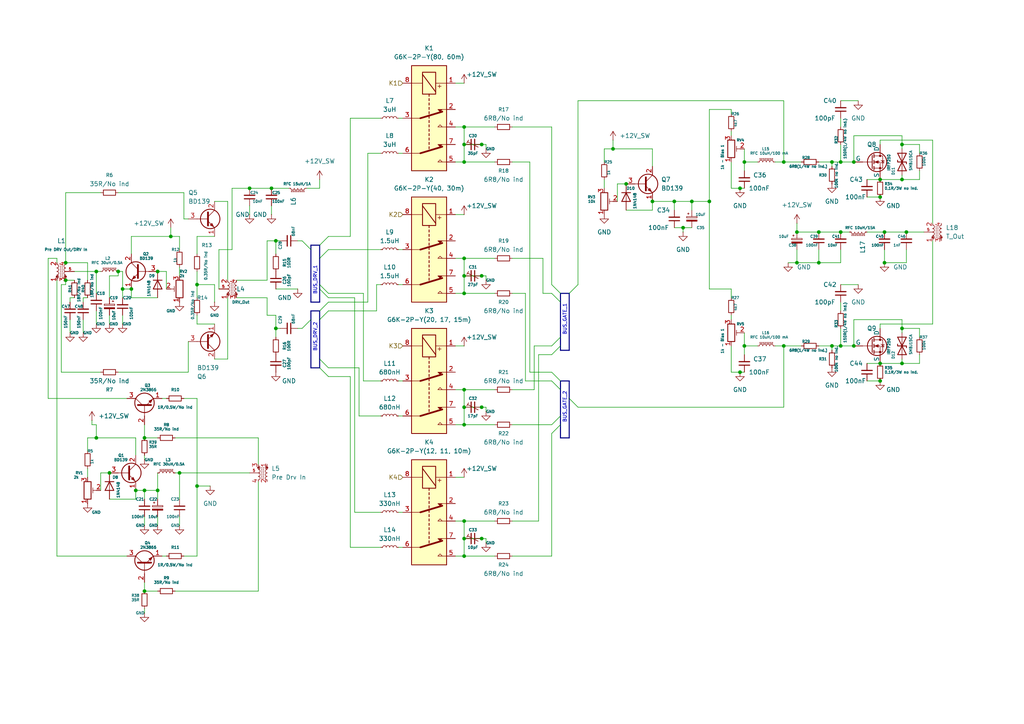
<source format=kicad_sch>
(kicad_sch (version 20250114) (generator "eeschema") (generator_version "9.0")
  (paper "A4")
  (title_block (title "Omega Radio"))
  (text "BUS_DRV_2" (at 91.44 97.79 90) (effects (font (size 1 1))))
  (text "BUS_DRV_1" (at 91.44 81.28 90) (effects (font (size 1 1))))
  (text "BUS_GATE_1" (at 163.83 92.71 90) (effects (font (size 1 1))))
  (text "BUS_GATE_2" (at 163.83 118.11 90) (effects (font (size 1 1))))
  (junction (at 34.29 78.74))
  (junction (at 31.75 137.16))
  (junction (at 215.9 100.33))
  (junction (at 49.53 68.58))
  (junction (at 139.7 80.01))
  (junction (at 45.72 142.24))
  (junction (at 237.49 67.31))
  (junction (at 243.84 100.33))
  (junction (at 214.63 54.61))
  (junction (at 78.74 54.61))
  (junction (at 255.27 52.07))
  (junction (at 134.62 80.01))
  (junction (at 57.15 82.55))
  (junction (at 27.94 78.74))
  (junction (at 255.27 57.15))
  (junction (at 27.94 127))
  (junction (at 134.62 156.21))
  (junction (at 35.56 83.82))
  (junction (at 19.05 76.2))
  (junction (at 215.9 46.99))
  (junction (at 177.8 43.18))
  (junction (at 139.7 156.21))
  (junction (at 243.84 67.31))
  (junction (at 72.39 54.61))
  (junction (at 134.62 161.29))
  (junction (at 134.62 118.11))
  (junction (at 134.62 41.91))
  (junction (at 255.27 110.49))
  (junction (at 139.7 41.91))
  (junction (at 205.74 58.42))
  (junction (at 181.61 53.34))
  (junction (at 134.62 85.09))
  (junction (at 227.33 46.99))
  (junction (at 45.72 78.74))
  (junction (at 189.23 58.42))
  (junction (at 198.12 66.04))
  (junction (at 39.37 142.24))
  (junction (at 134.62 74.93))
  (junction (at 256.54 67.31))
  (junction (at 134.62 113.03))
  (junction (at 214.63 107.95))
  (junction (at 134.62 46.99))
  (junction (at 261.62 105.41))
  (junction (at 247.65 46.99))
  (junction (at 134.62 36.83))
  (junction (at 241.3 100.33))
  (junction (at 256.54 76.2))
  (junction (at 41.91 127))
  (junction (at 80.01 69.85))
  (junction (at 255.27 105.41))
  (junction (at 38.1 83.82))
  (junction (at 41.91 142.24))
  (junction (at 261.62 41.91))
  (junction (at 262.89 67.31))
  (junction (at 231.14 76.2))
  (junction (at 134.62 123.19))
  (junction (at 237.49 76.2))
  (junction (at 261.62 52.07))
  (junction (at 261.62 95.25))
  (junction (at 243.84 46.99))
  (junction (at 19.05 81.28))
  (junction (at 41.91 171.45))
  (junction (at 241.3 46.99))
  (junction (at 80.01 95.25))
  (junction (at 57.15 140.97))
  (junction (at 52.07 137.16))
  (junction (at 227.33 100.33))
  (junction (at 231.14 67.31))
  (junction (at 195.58 58.42))
  (junction (at 139.7 118.11))
  (junction (at 200.66 58.42))
  (junction (at 247.65 100.33))
  (junction (at 134.62 151.13))
  (bus_entry (at 92.71 106.68) (size 2.54 2.54))
  (bus_entry (at 160.02 110.49) (size 2.54 2.54))
  (bus_entry (at 165.1 85.09) (size 2.54 -2.54))
  (bus_entry (at 160.02 125.73) (size 2.54 -2.54))
  (bus_entry (at 160.02 100.33) (size 2.54 -2.54))
  (bus_entry (at 160.02 102.87) (size 2.54 -2.54))
  (bus_entry (at 160.02 123.19) (size 2.54 -2.54))
  (bus_entry (at 92.71 92.71) (size 2.54 -2.54))
  (bus_entry (at 87.63 69.85) (size 2.54 2.54))
  (bus_entry (at 87.63 95.25) (size 2.54 -2.54))
  (bus_entry (at 92.71 104.14) (size 2.54 2.54))
  (bus_entry (at 92.71 71.12) (size 2.54 -2.54))
  (bus_entry (at 160.02 85.09) (size 2.54 2.54))
  (bus_entry (at 92.71 82.55) (size 2.54 2.54))
  (bus_entry (at 160.02 82.55) (size 2.54 2.54))
  (bus_entry (at 160.02 107.95) (size 2.54 2.54))
  (bus_entry (at 92.71 83.82) (size 2.54 2.54))
  (bus_entry (at 165.1 115.57) (size 2.54 2.54))
  (bus_entry (at 92.71 74.93) (size 2.54 -2.54))
  (bus_entry (at 92.71 90.17) (size 2.54 -2.54))
  (wire (pts (xy 179.07 53.34) (xy 181.61 53.34)))
  (wire (pts (xy 212.09 54.61) (xy 214.63 54.61)))
  (wire (pts (xy 95.25 87.63) (xy 106.68 87.63)))
  (wire (pts (xy 45.72 86.36) (xy 38.1 86.36)))
  (wire (pts (xy 237.49 76.2) (xy 231.14 76.2)))
  (wire (pts (xy 251.46 105.41) (xy 255.27 105.41)))
  (wire (pts (xy 53.34 115.57) (xy 57.15 115.57)))
  (wire (pts (xy 261.62 43.18) (xy 261.62 41.91)))
  (wire (pts (xy 104.14 106.68) (xy 104.14 120.65)))
  (wire (pts (xy 57.15 140.97) (xy 57.15 161.29)))
  (wire (pts (xy 21.59 86.36) (xy 20.32 86.36)))
  (wire (pts (xy 134.62 80.01) (xy 139.7 80.01)))
  (wire (pts (xy 132.08 74.93) (xy 134.62 74.93)))
  (wire (pts (xy 110.49 148.59) (xy 102.87 148.59)))
  (wire (pts (xy 256.54 67.31) (xy 251.46 67.31)))
  (wire (pts (xy 255.27 93.98) (xy 255.27 95.25)))
  (wire (pts (xy 215.9 100.33) (xy 215.9 102.87)))
  (wire (pts (xy 270.51 69.85) (xy 270.51 93.98)))
  (bus (pts (xy 92.71 92.71) (xy 92.71 104.14)))
  (wire (pts (xy 241.3 46.99) (xy 243.84 46.99)))
  (wire (pts (xy 106.68 87.63) (xy 106.68 44.45)))
  (wire (pts (xy 231.14 76.2) (xy 228.6 76.2)))
  (wire (pts (xy 251.46 110.49) (xy 255.27 110.49)))
  (wire (pts (xy 105.41 85.09) (xy 105.41 110.49)))
  (wire (pts (xy 243.84 100.33) (xy 247.65 100.33)))
  (bus (pts (xy 162.56 120.65) (xy 162.56 123.19)))
  (wire (pts (xy 212.09 38.1) (xy 212.09 39.37)))
  (wire (pts (xy 57.15 93.98) (xy 57.15 91.44)))
  (wire (pts (xy 35.56 78.74) (xy 35.56 83.82)))
  (wire (pts (xy 68.58 86.36) (xy 77.47 86.36)))
  (wire (pts (xy 153.67 46.99) (xy 153.67 107.95)))
  (wire (pts (xy 154.94 100.33) (xy 160.02 100.33)))
  (wire (pts (xy 266.7 105.41) (xy 261.62 105.41)))
  (wire (pts (xy 115.57 72.39) (xy 116.84 72.39)))
  (wire (pts (xy 50.8 137.16) (xy 52.07 137.16)))
  (wire (pts (xy 214.63 107.95) (xy 215.9 107.95)))
  (wire (pts (xy 243.84 29.21) (xy 248.92 29.21)))
  (wire (pts (xy 255.27 40.64) (xy 255.27 41.91)))
  (wire (pts (xy 255.27 40.64) (xy 270.51 40.64)))
  (wire (pts (xy 48.26 78.74) (xy 45.72 78.74)))
  (wire (pts (xy 86.36 95.25) (xy 87.63 95.25)))
  (wire (pts (xy 95.25 72.39) (xy 110.49 72.39)))
  (wire (pts (xy 148.59 113.03) (xy 154.94 113.03)))
  (wire (pts (xy 262.89 72.39) (xy 262.89 76.2)))
  (wire (pts (xy 243.84 34.29) (xy 243.84 36.83)))
  (wire (pts (xy 95.25 68.58) (xy 101.6 68.58)))
  (wire (pts (xy 243.84 41.91) (xy 243.84 46.99)))
  (wire (pts (xy 139.7 41.91) (xy 140.97 41.91)))
  (wire (pts (xy 104.14 120.65) (xy 110.49 120.65)))
  (wire (pts (xy 45.72 142.24) (xy 45.72 144.78)))
  (wire (pts (xy 198.12 66.04) (xy 200.66 66.04)))
  (wire (pts (xy 62.23 68.58) (xy 57.15 68.58)))
  (wire (pts (xy 247.65 92.71) (xy 247.65 100.33)))
  (wire (pts (xy 134.62 41.91) (xy 139.7 41.91)))
  (wire (pts (xy 41.91 132.08) (xy 41.91 133.35)))
  (wire (pts (xy 41.91 171.45) (xy 45.72 171.45)))
  (wire (pts (xy 132.08 123.19) (xy 134.62 123.19)))
  (wire (pts (xy 25.4 81.28) (xy 25.4 76.2)))
  (wire (pts (xy 132.08 62.23) (xy 134.62 62.23)))
  (wire (pts (xy 21.59 78.74) (xy 27.94 78.74)))
  (wire (pts (xy 148.59 161.29) (xy 160.02 161.29)))
  (wire (pts (xy 41.91 142.24) (xy 45.72 142.24)))
  (wire (pts (xy 132.08 36.83) (xy 134.62 36.83)))
  (wire (pts (xy 237.49 72.39) (xy 237.49 76.2)))
  (wire (pts (xy 25.4 86.36) (xy 24.13 86.36)))
  (wire (pts (xy 52.07 68.58) (xy 52.07 72.39)))
  (bus (pts (xy 162.56 87.63) (xy 162.56 97.79)))
  (wire (pts (xy 261.62 95.25) (xy 261.62 92.71)))
  (wire (pts (xy 200.66 58.42) (xy 200.66 60.96)))
  (wire (pts (xy 261.62 96.52) (xy 261.62 95.25)))
  (wire (pts (xy 241.3 100.33) (xy 241.3 101.6)))
  (wire (pts (xy 57.15 140.97) (xy 60.96 140.97)))
  (bus (pts (xy 162.56 85.09) (xy 165.1 85.09)))
  (wire (pts (xy 115.57 44.45) (xy 116.84 44.45)))
  (wire (pts (xy 54.61 107.95) (xy 34.29 107.95)))
  (wire (pts (xy 49.53 66.04) (xy 49.53 68.58)))
  (wire (pts (xy 134.62 24.13) (xy 132.08 24.13)))
  (wire (pts (xy 154.94 113.03) (xy 154.94 100.33)))
  (wire (pts (xy 241.3 46.99) (xy 241.3 48.26)))
  (wire (pts (xy 247.65 39.37) (xy 247.65 46.99)))
  (wire (pts (xy 31.75 80.01) (xy 34.29 80.01)))
  (wire (pts (xy 139.7 80.01) (xy 140.97 80.01)))
  (bus (pts (xy 165.1 101.6) (xy 162.56 101.6)))
  (wire (pts (xy 134.62 118.11) (xy 134.62 123.19)))
  (wire (pts (xy 77.47 81.28) (xy 77.47 69.85)))
  (wire (pts (xy 53.34 55.88) (xy 34.29 55.88)))
  (wire (pts (xy 39.37 132.08) (xy 39.37 127)))
  (wire (pts (xy 153.67 107.95) (xy 160.02 107.95)))
  (wire (pts (xy 198.12 66.04) (xy 198.12 67.31)))
  (wire (pts (xy 195.58 66.04) (xy 198.12 66.04)))
  (wire (pts (xy 13.97 115.57) (xy 13.97 74.93)))
  (wire (pts (xy 261.62 105.41) (xy 255.27 105.41)))
  (wire (pts (xy 243.84 87.63) (xy 243.84 90.17)))
  (wire (pts (xy 27.94 123.19) (xy 26.67 123.19)))
  (bus (pts (xy 162.56 123.19) (xy 162.56 127)))
  (wire (pts (xy 132.08 151.13) (xy 134.62 151.13)))
  (wire (pts (xy 156.21 151.13) (xy 156.21 102.87)))
  (wire (pts (xy 237.49 100.33) (xy 241.3 100.33)))
  (wire (pts (xy 45.72 149.86) (xy 45.72 152.4)))
  (wire (pts (xy 167.64 82.55) (xy 167.64 29.21)))
  (wire (pts (xy 102.87 86.36) (xy 95.25 86.36)))
  (wire (pts (xy 132.08 113.03) (xy 134.62 113.03)))
  (wire (pts (xy 266.7 102.87) (xy 266.7 105.41)))
  (wire (pts (xy 227.33 29.21) (xy 227.33 46.99)))
  (wire (pts (xy 243.84 82.55) (xy 248.92 82.55)))
  (wire (pts (xy 134.62 80.01) (xy 134.62 85.09)))
  (wire (pts (xy 134.62 36.83) (xy 143.51 36.83)))
  (wire (pts (xy 29.21 137.16) (xy 29.21 142.24)))
  (wire (pts (xy 48.26 78.74) (xy 48.26 83.82)))
  (wire (pts (xy 80.01 69.85) (xy 81.28 69.85)))
  (wire (pts (xy 212.09 31.75) (xy 212.09 33.02)))
  (wire (pts (xy 266.7 41.91) (xy 261.62 41.91)))
  (wire (pts (xy 212.09 100.33) (xy 212.09 107.95)))
  (wire (pts (xy 41.91 123.19) (xy 41.91 127)))
  (wire (pts (xy 243.84 67.31) (xy 237.49 67.31)))
  (wire (pts (xy 115.57 110.49) (xy 116.84 110.49)))
  (wire (pts (xy 237.49 46.99) (xy 241.3 46.99)))
  (wire (pts (xy 57.15 86.36) (xy 57.15 82.55)))
  (wire (pts (xy 67.31 54.61) (xy 72.39 54.61)))
  (wire (pts (xy 77.47 91.44) (xy 80.01 91.44)))
  (wire (pts (xy 237.49 67.31) (xy 231.14 67.31)))
  (wire (pts (xy 62.23 104.14) (xy 66.04 104.14)))
  (wire (pts (xy 66.04 104.14) (xy 66.04 86.36)))
  (wire (pts (xy 132.08 100.33) (xy 134.62 100.33)))
  (wire (pts (xy 86.36 69.85) (xy 87.63 69.85)))
  (wire (pts (xy 39.37 127) (xy 27.94 127)))
  (bus (pts (xy 90.17 90.17) (xy 90.17 92.71)))
  (wire (pts (xy 67.31 54.61) (xy 67.31 72.39)))
  (wire (pts (xy 52.07 77.47) (xy 52.07 80.01)))
  (wire (pts (xy 246.38 67.31) (xy 243.84 67.31)))
  (wire (pts (xy 215.9 100.33) (xy 219.71 100.33)))
  (wire (pts (xy 78.74 59.69) (xy 78.74 62.23)))
  (wire (pts (xy 19.05 81.28) (xy 21.59 81.28)))
  (wire (pts (xy 66.04 81.28) (xy 66.04 58.42)))
  (wire (pts (xy 102.87 148.59) (xy 102.87 86.36)))
  (wire (pts (xy 50.8 171.45) (xy 74.93 171.45)))
  (wire (pts (xy 243.84 95.25) (xy 243.84 100.33)))
  (wire (pts (xy 134.62 85.09) (xy 143.51 85.09)))
  (wire (pts (xy 227.33 118.11) (xy 227.33 100.33)))
  (wire (pts (xy 24.13 86.36) (xy 24.13 87.63)))
  (wire (pts (xy 189.23 60.96) (xy 189.23 58.42)))
  (wire (pts (xy 266.7 97.79) (xy 266.7 95.25)))
  (bus (pts (xy 92.71 74.93) (xy 92.71 82.55)))
  (wire (pts (xy 134.62 113.03) (xy 134.62 118.11)))
  (wire (pts (xy 243.84 76.2) (xy 237.49 76.2)))
  (wire (pts (xy 157.48 74.93) (xy 157.48 85.09)))
  (wire (pts (xy 189.23 58.42) (xy 195.58 58.42)))
  (wire (pts (xy 74.93 127) (xy 50.8 127)))
  (wire (pts (xy 189.23 48.26) (xy 189.23 43.18)))
  (bus (pts (xy 90.17 90.17) (xy 92.71 90.17)))
  (wire (pts (xy 57.15 78.74) (xy 57.15 82.55)))
  (bus (pts (xy 90.17 71.12) (xy 92.71 71.12)))
  (wire (pts (xy 48.26 115.57) (xy 46.99 115.57)))
  (wire (pts (xy 35.56 83.82) (xy 35.56 86.36)))
  (wire (pts (xy 134.62 74.93) (xy 143.51 74.93)))
  (wire (pts (xy 262.89 67.31) (xy 256.54 67.31)))
  (wire (pts (xy 243.84 46.99) (xy 247.65 46.99)))
  (wire (pts (xy 80.01 95.25) (xy 81.28 95.25)))
  (wire (pts (xy 74.93 127) (xy 74.93 134.62)))
  (wire (pts (xy 215.9 43.18) (xy 215.9 46.99)))
  (wire (pts (xy 20.32 86.36) (xy 20.32 87.63)))
  (wire (pts (xy 101.6 34.29) (xy 110.49 34.29)))
  (wire (pts (xy 266.7 44.45) (xy 266.7 41.91)))
  (wire (pts (xy 261.62 52.07) (xy 255.27 52.07)))
  (wire (pts (xy 92.71 52.07) (xy 92.71 54.61)))
  (bus (pts (xy 162.56 97.79) (xy 162.56 100.33)))
  (wire (pts (xy 140.97 118.11) (xy 140.97 119.38)))
  (wire (pts (xy 241.3 100.33) (xy 243.84 100.33)))
  (wire (pts (xy 177.8 40.64) (xy 177.8 43.18)))
  (wire (pts (xy 175.26 52.07) (xy 175.26 54.61)))
  (wire (pts (xy 31.75 91.44) (xy 31.75 93.98)))
  (wire (pts (xy 62.23 82.55) (xy 57.15 82.55)))
  (wire (pts (xy 134.62 151.13) (xy 134.62 156.21)))
  (wire (pts (xy 115.57 158.75) (xy 116.84 158.75)))
  (wire (pts (xy 92.71 54.61) (xy 88.9 54.61)))
  (wire (pts (xy 189.23 43.18) (xy 177.8 43.18)))
  (wire (pts (xy 255.27 93.98) (xy 270.51 93.98)))
  (wire (pts (xy 19.05 82.55) (xy 19.05 81.28)))
  (wire (pts (xy 134.62 156.21) (xy 139.7 156.21)))
  (wire (pts (xy 212.09 46.99) (xy 212.09 54.61)))
  (wire (pts (xy 134.62 151.13) (xy 143.51 151.13)))
  (wire (pts (xy 115.57 120.65) (xy 116.84 120.65)))
  (wire (pts (xy 261.62 104.14) (xy 261.62 105.41)))
  (wire (pts (xy 134.62 156.21) (xy 134.62 161.29)))
  (wire (pts (xy 195.58 58.42) (xy 200.66 58.42)))
  (wire (pts (xy 74.93 171.45) (xy 74.93 139.7)))
  (wire (pts (xy 80.01 97.79) (xy 80.01 95.25)))
  (wire (pts (xy 115.57 82.55) (xy 116.84 82.55)))
  (wire (pts (xy 139.7 118.11) (xy 140.97 118.11)))
  (wire (pts (xy 54.61 99.06) (xy 54.61 107.95)))
  (wire (pts (xy 53.34 63.5) (xy 53.34 55.88)))
  (bus (pts (xy 92.71 104.14) (xy 92.71 106.68)))
  (bus (pts (xy 92.71 87.63) (xy 90.17 87.63)))
  (bus (pts (xy 92.71 82.55) (xy 92.71 83.82)))
  (bus (pts (xy 162.56 100.33) (xy 162.56 101.6)))
  (wire (pts (xy 148.59 36.83) (xy 160.02 36.83)))
  (wire (pts (xy 52.07 137.16) (xy 52.07 144.78)))
  (wire (pts (xy 25.4 127) (xy 27.94 127)))
  (wire (pts (xy 115.57 148.59) (xy 116.84 148.59)))
  (wire (pts (xy 35.56 91.44) (xy 35.56 93.98)))
  (wire (pts (xy 140.97 80.01) (xy 140.97 81.28)))
  (wire (pts (xy 41.91 149.86) (xy 41.91 152.4)))
  (wire (pts (xy 167.64 29.21) (xy 227.33 29.21)))
  (wire (pts (xy 148.59 74.93) (xy 157.48 74.93)))
  (wire (pts (xy 95.25 85.09) (xy 105.41 85.09)))
  (wire (pts (xy 39.37 142.24) (xy 41.91 142.24)))
  (wire (pts (xy 77.47 69.85) (xy 80.01 69.85)))
  (wire (pts (xy 139.7 156.21) (xy 140.97 156.21)))
  (wire (pts (xy 140.97 156.21) (xy 140.97 157.48)))
  (wire (pts (xy 95.25 106.68) (xy 104.14 106.68)))
  (wire (pts (xy 115.57 34.29) (xy 116.84 34.29)))
  (wire (pts (xy 72.39 54.61) (xy 78.74 54.61)))
  (wire (pts (xy 148.59 123.19) (xy 160.02 123.19)))
  (bus (pts (xy 162.56 85.09) (xy 162.56 87.63)))
  (wire (pts (xy 134.62 113.03) (xy 143.51 113.03)))
  (wire (pts (xy 16.51 74.93) (xy 16.51 76.2)))
  (wire (pts (xy 160.02 161.29) (xy 160.02 125.73)))
  (wire (pts (xy 266.7 52.07) (xy 261.62 52.07)))
  (wire (pts (xy 148.59 46.99) (xy 153.67 46.99)))
  (wire (pts (xy 156.21 102.87) (xy 160.02 102.87)))
  (wire (pts (xy 31.75 144.78) (xy 39.37 144.78)))
  (wire (pts (xy 181.61 60.96) (xy 189.23 60.96)))
  (wire (pts (xy 13.97 74.93) (xy 16.51 74.93)))
  (wire (pts (xy 215.9 46.99) (xy 215.9 49.53)))
  (wire (pts (xy 31.75 80.01) (xy 31.75 86.36)))
  (wire (pts (xy 266.7 49.53) (xy 266.7 52.07)))
  (wire (pts (xy 270.51 40.64) (xy 270.51 64.77)))
  (wire (pts (xy 27.94 123.19) (xy 27.94 127)))
  (bus (pts (xy 90.17 72.39) (xy 90.17 87.63)))
  (bus (pts (xy 165.1 110.49) (xy 165.1 115.57)))
  (wire (pts (xy 25.4 127) (xy 25.4 130.81)))
  (wire (pts (xy 179.07 53.34) (xy 179.07 58.42)))
  (wire (pts (xy 231.14 64.77) (xy 231.14 67.31)))
  (wire (pts (xy 134.62 123.19) (xy 143.51 123.19)))
  (wire (pts (xy 66.04 58.42) (xy 62.23 58.42)))
  (wire (pts (xy 52.07 68.58) (xy 49.53 68.58)))
  (wire (pts (xy 132.08 138.43) (xy 134.62 138.43)))
  (wire (pts (xy 224.79 46.99) (xy 227.33 46.99)))
  (wire (pts (xy 41.91 176.53) (xy 41.91 177.8)))
  (wire (pts (xy 25.4 76.2) (xy 19.05 76.2)))
  (wire (pts (xy 20.32 92.71) (xy 20.32 96.52)))
  (bus (pts (xy 162.56 110.49) (xy 165.1 110.49)))
  (wire (pts (xy 267.97 67.31) (xy 262.89 67.31)))
  (wire (pts (xy 57.15 161.29) (xy 53.34 161.29)))
  (wire (pts (xy 212.09 83.82) (xy 212.09 86.36)))
  (wire (pts (xy 157.48 85.09) (xy 160.02 85.09)))
  (wire (pts (xy 57.15 68.58) (xy 57.15 73.66)))
  (wire (pts (xy 80.01 91.44) (xy 80.01 95.25)))
  (wire (pts (xy 109.22 82.55) (xy 109.22 90.17)))
  (wire (pts (xy 95.25 90.17) (xy 109.22 90.17)))
  (wire (pts (xy 63.5 72.39) (xy 63.5 83.82)))
  (wire (pts (xy 53.34 63.5) (xy 54.61 63.5)))
  (wire (pts (xy 106.68 44.45) (xy 110.49 44.45)))
  (bus (pts (xy 165.1 85.09) (xy 165.1 101.6)))
  (bus (pts (xy 90.17 71.12) (xy 90.17 72.39)))
  (wire (pts (xy 205.74 31.75) (xy 212.09 31.75)))
  (bus (pts (xy 162.56 113.03) (xy 162.56 120.65)))
  (wire (pts (xy 68.58 81.28) (xy 77.47 81.28)))
  (wire (pts (xy 266.7 95.25) (xy 261.62 95.25)))
  (bus (pts (xy 165.1 115.57) (xy 165.1 127)))
  (wire (pts (xy 200.66 58.42) (xy 205.74 58.42)))
  (bus (pts (xy 92.71 106.68) (xy 90.17 106.68)))
  (wire (pts (xy 134.62 161.29) (xy 143.51 161.29)))
  (wire (pts (xy 52.07 149.86) (xy 52.07 152.4)))
  (bus (pts (xy 162.56 127) (xy 165.1 127)))
  (wire (pts (xy 19.05 55.88) (xy 19.05 76.2)))
  (wire (pts (xy 148.59 151.13) (xy 156.21 151.13)))
  (wire (pts (xy 251.46 52.07) (xy 255.27 52.07)))
  (bus (pts (xy 162.56 110.49) (xy 162.56 113.03)))
  (wire (pts (xy 17.78 82.55) (xy 19.05 82.55)))
  (wire (pts (xy 134.62 36.83) (xy 134.62 41.91)))
  (wire (pts (xy 72.39 137.16) (xy 52.07 137.16)))
  (wire (pts (xy 24.13 92.71) (xy 24.13 96.52)))
  (wire (pts (xy 57.15 115.57) (xy 57.15 140.97)))
  (wire (pts (xy 195.58 58.42) (xy 195.58 60.96)))
  (wire (pts (xy 214.63 54.61) (xy 215.9 54.61)))
  (wire (pts (xy 175.26 43.18) (xy 177.8 43.18)))
  (wire (pts (xy 38.1 68.58) (xy 49.53 68.58)))
  (bus (pts (xy 92.71 90.17) (xy 92.71 92.71)))
  (bus (pts (xy 92.71 83.82) (xy 92.71 87.63)))
  (wire (pts (xy 212.09 107.95) (xy 214.63 107.95)))
  (wire (pts (xy 132.08 85.09) (xy 134.62 85.09)))
  (wire (pts (xy 262.89 76.2) (xy 256.54 76.2)))
  (wire (pts (xy 34.29 80.01) (xy 34.29 78.74)))
  (wire (pts (xy 134.62 41.91) (xy 134.62 46.99)))
  (wire (pts (xy 152.4 110.49) (xy 160.02 110.49)))
  (wire (pts (xy 261.62 39.37) (xy 247.65 39.37)))
  (wire (pts (xy 48.26 161.29) (xy 46.99 161.29)))
  (wire (pts (xy 62.23 87.63) (xy 62.23 82.55)))
  (wire (pts (xy 101.6 34.29) (xy 101.6 68.58)))
  (wire (pts (xy 205.74 58.42) (xy 205.74 83.82)))
  (wire (pts (xy 251.46 57.15) (xy 255.27 57.15)))
  (wire (pts (xy 140.97 41.91) (xy 140.97 43.18)))
  (wire (pts (xy 26.67 123.19) (xy 26.67 121.92)))
  (bus (pts (xy 92.71 71.12) (xy 92.71 74.93)))
  (wire (pts (xy 148.59 85.09) (xy 152.4 85.09)))
  (wire (pts (xy 261.62 41.91) (xy 261.62 39.37)))
  (wire (pts (xy 132.08 161.29) (xy 134.62 161.29)))
  (wire (pts (xy 110.49 82.55) (xy 109.22 82.55)))
  (wire (pts (xy 17.78 107.95) (xy 17.78 82.55)))
  (wire (pts (xy 215.9 96.52) (xy 215.9 100.33)))
  (wire (pts (xy 231.14 72.39) (xy 231.14 76.2)))
  (wire (pts (xy 38.1 83.82) (xy 35.56 83.82)))
  (wire (pts (xy 152.4 85.09) (xy 152.4 110.49)))
  (wire (pts (xy 67.31 72.39) (xy 63.5 72.39)))
  (wire (pts (xy 160.02 36.83) (xy 160.02 82.55)))
  (wire (pts (xy 134.62 74.93) (xy 134.62 80.01)))
  (wire (pts (xy 105.41 110.49) (xy 110.49 110.49)))
  (wire (pts (xy 134.62 118.11) (xy 139.7 118.11)))
  (wire (pts (xy 35.56 78.74) (xy 34.29 78.74)))
  (wire (pts (xy 29.21 55.88) (xy 19.05 55.88)))
  (wire (pts (xy 256.54 72.39) (xy 256.54 76.2)))
  (wire (pts (xy 62.23 93.98) (xy 57.15 93.98)))
  (wire (pts (xy 80.01 69.85) (xy 80.01 73.66)))
  (wire (pts (xy 110.49 158.75) (xy 101.6 158.75)))
  (wire (pts (xy 41.91 142.24) (xy 41.91 144.78)))
  (wire (pts (xy 132.08 46.99) (xy 134.62 46.99)))
  (wire (pts (xy 16.51 161.29) (xy 16.51 81.28)))
  (wire (pts (xy 29.21 78.74) (xy 27.94 78.74)))
  (wire (pts (xy 134.62 46.99) (xy 143.51 46.99)))
  (wire (pts (xy 78.74 54.61) (xy 83.82 54.61)))
  (bus (pts (xy 90.17 92.71) (xy 90.17 106.68)))
  (wire (pts (xy 72.39 59.69) (xy 72.39 62.23)))
  (wire (pts (xy 27.94 90.17) (xy 27.94 93.98)))
  (wire (pts (xy 41.91 127) (xy 45.72 127)))
  (wire (pts (xy 39.37 144.78) (xy 39.37 142.24)))
  (wire (pts (xy 77.47 86.36) (xy 77.47 91.44)))
  (wire (pts (xy 38.1 73.66) (xy 38.1 68.58)))
  (wire (pts (xy 27.94 85.09) (xy 27.94 78.74)))
  (wire (pts (xy 38.1 86.36) (xy 38.1 83.82)))
  (wire (pts (xy 101.6 158.75) (xy 101.6 109.22)))
  (wire (pts (xy 224.79 100.33) (xy 227.33 100.33)))
  (wire (pts (xy 45.72 137.16) (xy 45.72 142.24)))
  (wire (pts (xy 80.01 83.82) (xy 86.36 83.82)))
  (wire (pts (xy 25.4 135.89) (xy 25.4 138.43)))
  (wire (pts (xy 261.62 92.71) (xy 247.65 92.71)))
  (wire (pts (xy 36.83 161.29) (xy 16.51 161.29)))
  (wire (pts (xy 36.83 115.57) (xy 13.97 115.57)))
  (wire (pts (xy 212.09 91.44) (xy 212.09 92.71)))
  (wire (pts (xy 41.91 168.91) (xy 41.91 171.45)))
  (wire (pts (xy 261.62 50.8) (xy 261.62 52.07)))
  (wire (pts (xy 215.9 46.99) (xy 219.71 46.99)))
  (wire (pts (xy 29.21 137.16) (xy 31.75 137.16)))
  (wire (pts (xy 101.6 109.22) (xy 95.25 109.22)))
  (wire (pts (xy 243.84 72.39) (xy 243.84 76.2)))
  (wire (pts (xy 227.33 100.33) (xy 232.41 100.33)))
  (wire (pts (xy 205.74 83.82) (xy 212.09 83.82)))
  (wire (pts (xy 167.64 118.11) (xy 227.33 118.11)))
  (wire (pts (xy 175.26 43.18) (xy 175.26 46.99)))
  (wire (pts (xy 227.33 46.99) (xy 232.41 46.99)))
  (wire (pts (xy 205.74 31.75) (xy 205.74 58.42)))
  (wire (pts (xy 17.78 107.95) (xy 29.21 107.95)))
  (hierarchical_label "K4" (shape input) (at 116.84 138.43 180))
  (hierarchical_label "K3" (shape input) (at 116.84 100.33 180))
  (hierarchical_label "K1" (shape input) (at 116.84 24.13 180))
  (hierarchical_label "K2" (shape input) (at 116.84 62.23 180))
  (symbol (lib_id "power:GND") (at 86.36 83.82 0) (unit 1)
    (property "Reference" "#PWR029" (effects (hide yes)))
    (property "Value" "GND" (at 82.55 86.36 0))
    (property "Description" "Power symbol creates a global label with name \"GND\" , ground" (effects (hide yes)))
  )
  (symbol (lib_id "Device:C_Trim_Small") (at 137.16 156.21 90) (unit 1)
    (property "Reference" "C33" (at 137.16 153.67 90) (effects (font (size 0.8 0.8))))
    (property "Value" "10pF" (at 137.16 158.75 90) (effects (font (size 0.8 0.8))))
    (property "Description" "Trimmable capacitor, small symbol" (effects (hide yes)))
  )
  (symbol (lib_id "Device:R_Small") (at 241.3 104.14 0) (unit 1)
    (property "Reference" "R31" (at 237.49 104.14 0) (effects (font (size 0.762 0.762)) (justify left)))
    (property "Value" "100k no ind." (at 242.57 107.95 90) (effects (font (size 0.762 0.762)) (justify left)))
    (property "Description" "Resistor, small symbol" (effects (hide yes)))
  )
  (symbol (lib_id "power:GND") (at 214.63 107.95 0) (unit 1)
    (property "Reference" "#PWR043" (effects (hide yes)))
    (property "Value" "GND" (at 214.63 113.03 0))
    (property "Description" "Power symbol creates a global label with name \"GND\" , ground" (effects (hide yes)))
  )
  (symbol (lib_id "Device:C_Small") (at 80.01 105.41 0) (unit 1)
    (property "Reference" "C27" (at 82.55 105.41 90) (effects (font (size 0.8 0.8))))
    (property "Value" "100pF" (at 83.82 105.41 90) (effects (font (size 0.8 0.8))))
    (property "Description" "Unpolarized capacitor, small symbol" (effects (hide yes)))
  )
  (symbol (lib_id "Transistor_BJT:BD139") (at 59.69 99.06 0) (mirror x) (unit 1)
    (property "Reference" "Q6" (at 57.15 109.22 0) (effects (justify left)))
    (property "Value" "BD139" (at 57.15 106.68 0) (effects (justify left)))
    (property "Footprint" "Package_TO_SOT_THT:TO-126-3_Vertical" (effects (hide yes)))
    (property "Datasheet" "http://www.st.com/internet/com/TECHNICAL_RESOURCES/TECHNICAL_LITERATURE/DATASHEET/CD00001225.pdf" (effects (hide yes)))
    (property "Description" "1.5A Ic, 80V Vce, Low Voltage Transistor, TO-126" (effects (hide yes)))
  )
  (symbol (lib_id "Device:L_Small") (at 113.03 44.45 90) (unit 1)
    (property "Reference" "L8" (at 113.03 39.37 90))
    (property "Value" "3uH" (at 113.03 41.91 90))
    (property "Description" "Inductor, small symbol" (effects (hide yes)))
  )
  (symbol (lib_id "Device:R_Small") (at 146.05 113.03 90) (unit 1)
    (property "Reference" "R21" (at 146.05 107.95 90) (effects (font (size 1.016 1.016))))
    (property "Value" "6R8/No ind" (at 146.05 110.49 90))
    (property "Description" "Resistor, small symbol" (effects (hide yes)))
  )
  (symbol (lib_id "Device:C_Small") (at 251.46 54.61 180) (unit 1)
    (property "Reference" "C43" (at 246.38 52.07 0) (effects (justify right)))
    (property "Value" "100nF" (at 245.11 57.15 0) (effects (justify right)))
    (property "Description" "Unpolarized capacitor, small symbol" (effects (hide yes)))
  )
  (symbol (lib_id "Device:R_Small") (at 255.27 107.95 0) (unit 1)
    (property "Reference" "R35" (at 256.54 106.68 0) (effects (font (size 0.762 0.762)) (justify left)))
    (property "Value" "0,1R/3W no ind." (at 256.54 107.95 0) (effects (font (size 0.762 0.762)) (justify left)))
    (property "Description" "Resistor, small symbol" (effects (hide yes)))
  )
  (symbol (lib_id "power:GND") (at 27.94 93.98 0) (mirror y) (unit 1)
    (property "Reference" "#PWR014" (effects (hide yes)))
    (property "Value" "GND" (at 30.48 93.98 0) (effects (font (size 0.8 0.8)) (justify left)))
    (property "Description" "Power symbol creates a global label with name \"GND\" , ground" (effects (hide yes)))
  )
  (symbol (lib_id "power:+12V") (at 134.62 100.33 0) (unit 1)
    (property "Reference" "#PWR033" (effects (hide yes)))
    (property "Value" "+12V_SW" (at 139.7 97.79 0))
    (property "Description" "Power symbol creates a global label with name \"+12V\"" (effects (hide yes)))
  )
  (symbol (lib_id "Device:C_Small") (at 195.58 63.5 180) (unit 1)
    (property "Reference" "C34" (at 190.5 60.96 0) (effects (justify right)))
    (property "Value" "100nF" (at 187.96 66.04 0) (effects (justify right)))
    (property "Description" "Unpolarized capacitor, small symbol" (effects (hide yes)))
  )
  (symbol (lib_id "power:+12V") (at 134.62 24.13 0) (unit 1)
    (property "Reference" "#PWR031" (effects (hide yes)))
    (property "Value" "+12V_SW" (at 139.7 21.59 0))
    (property "Description" "Power symbol creates a global label with name \"+12V\"" (effects (hide yes)))
  )
  (symbol (lib_id "Device:C_Trim_Small") (at 137.16 41.91 90) (unit 1)
    (property "Reference" "C30" (at 137.16 39.37 90) (effects (font (size 0.8 0.8))))
    (property "Value" "35pF" (at 137.16 44.45 90) (effects (font (size 0.8 0.8))))
    (property "Description" "Trimmable capacitor, small symbol" (effects (hide yes)))
  )
  (symbol (lib_id "Device:R_Small") (at 212.09 88.9 0) (unit 1)
    (property "Reference" "R27" (at 212.09 86.36 0) (effects (font (size 0.762 0.762)) (justify left)))
    (property "Value" "4k7" (at 213.36 90.17 90) (effects (font (size 0.762 0.762)) (justify left)))
    (property "Description" "Resistor, small symbol" (effects (hide yes)))
  )
  (symbol (lib_id "Device:L_Ferrite_Small") (at 222.25 46.99 90) (unit 1)
    (property "Reference" "L15" (at 220.98 43.18 90) (effects (font (size 0.762 0.762)) (justify right)))
    (property "Value" "RFC 10uH/100 mA" (at 228.6 44.45 90) (effects (font (size 0.762 0.762)) (justify left)))
    (property "Description" "Inductor with ferrite core, small symbol" (effects (hide yes)))
  )
  (symbol (lib_id "Device:R_Potentiometer_Trim") (at 52.07 83.82 180) (unit 1)
    (property "Reference" "RV2" (at 52.07 78.74 0) (effects (font (size 0.762 0.762)) (justify right)))
    (property "Value" "2k" (at 52.07 80.01 0) (effects (font (size 0.762 0.762)) (justify right)))
    (property "Description" "Trim-potentiometer" (effects (hide yes)))
  )
  (symbol (lib_id "Intralha.:L_Ferrite_Taped_Coupled_Small") (at 271.78 67.31 90) (unit 1)
    (property "Reference" "L18" (at 274.32 66.0399 90) (effects (justify right)))
    (property "Value" "T_Out" (at 274.32 68.5799 90) (effects (justify right)))
    (property "Description" "Ferrite core taped, small symbol" (effects (hide yes)))
  )
  (symbol (lib_id "Transistor_BJT:BD139") (at 59.69 63.5 0) (unit 1)
    (property "Reference" "Q5" (at 54.61 55.88 0) (effects (justify left)))
    (property "Value" "BD139" (at 54.61 58.42 0) (effects (justify left)))
    (property "Footprint" "Package_TO_SOT_THT:TO-126-3_Vertical" (effects (hide yes)))
    (property "Datasheet" "http://www.st.com/internet/com/TECHNICAL_RESOURCES/TECHNICAL_LITERATURE/DATASHEET/CD00001225.pdf" (effects (hide yes)))
    (property "Description" "1.5A Ic, 80V Vce, Low Voltage Transistor, TO-126" (effects (hide yes)))
  )
  (symbol (lib_id "Device:R_Small") (at 146.05 74.93 90) (unit 1)
    (property "Reference" "R19" (at 146.05 69.85 90) (effects (font (size 1.016 1.016))))
    (property "Value" "6R8/No ind" (at 146.05 72.39 90))
    (property "Description" "Resistor, small symbol" (effects (hide yes)))
  )
  (symbol (lib_id "Device:R_Small") (at 25.4 133.35 0) (unit 1)
    (property "Reference" "R5" (at 25.4 130.81 0) (effects (font (size 0.762 0.762)) (justify left)))
    (property "Value" "1k" (at 26.67 134.62 90) (effects (font (size 0.762 0.762)) (justify left)))
    (property "Description" "Resistor, small symbol" (effects (hide yes)))
  )
  (symbol (lib_id "Device:C_Small") (at 41.91 147.32 180) (unit 1)
    (property "Reference" "C21" (at 39.37 144.78 0) (effects (font (size 0.8 0.8)) (justify right)))
    (property "Value" "100nF" (at 38.1 149.86 0) (effects (font (size 0.8 0.8)) (justify right)))
    (property "Description" "Unpolarized capacitor, small symbol" (effects (hide yes)))
  )
  (symbol (lib_id "Device:C_Small") (at 80.01 81.28 0) (unit 1)
    (property "Reference" "C26" (at 82.55 81.28 90) (effects (font (size 0.8 0.8))))
    (property "Value" "100pF" (at 83.82 81.28 90) (effects (font (size 0.8 0.8))))
    (property "Description" "Unpolarized capacitor, small symbol" (effects (hide yes)))
  )
  (symbol (lib_id "power:GND") (at 256.54 76.2 0) (unit 1)
    (property "Reference" "#PWR052" (effects (hide yes)))
    (property "Value" "GND" (at 259.08 77.4699 0) (effects (justify left)))
    (property "Description" "Power symbol creates a global label with name \"GND\" , ground" (effects (hide yes)))
  )
  (symbol (lib_id "Device:C_Small") (at 262.89 69.85 180) (unit 1)
    (property "Reference" "C46" (at 260.35 68.58 0) (effects (font (size 0.762 0.762)) (justify right)))
    (property "Value" "1nF" (at 259.08 71.12 0) (effects (font (size 0.762 0.762)) (justify right)))
    (property "Description" "Unpolarized capacitor, small symbol" (effects (hide yes)))
  )
  (symbol (lib_id "Device:L_Small") (at 113.03 72.39 90) (unit 1)
    (property "Reference" "L9" (at 113.03 67.31 90))
    (property "Value" "1.5uH" (at 113.03 69.85 90))
    (property "Description" "Inductor, small symbol" (effects (hide yes)))
  )
  (symbol (lib_id "power:GND") (at 198.12 67.31 0) (unit 1)
    (property "Reference" "#PWR041" (effects (hide yes)))
    (property "Value" "GND" (at 198.12 72.39 0))
    (property "Description" "Power symbol creates a global label with name \"GND\" , ground" (effects (hide yes)))
  )
  (symbol (lib_id "power:GND") (at 140.97 43.18 0) (unit 1)
    (property "Reference" "#PWR035" (effects (hide yes)))
    (property "Value" "GND" (at 142.24 43.18 0) (effects (font (size 0.8 0.8))))
    (property "Description" "Power symbol creates a global label with name \"GND\" , ground" (effects (hide yes)))
  )
  (symbol (lib_id "Device:C_Polarized_Small") (at 231.14 69.85 0) (unit 1)
    (property "Reference" "C38" (at 229.87 71.12 0) (effects (font (size 0.762 0.762))))
    (property "Value" "10uF" (at 227.33 68.58 0) (effects (font (size 0.762 0.762))))
    (property "Description" "Polarized capacitor, small symbol" (effects (hide yes)))
  )
  (symbol (lib_id "Device:L_Small") (at 113.03 110.49 90) (unit 1)
    (property "Reference" "L11" (at 113.03 105.41 90))
    (property "Value" "680nH" (at 113.03 107.95 90))
    (property "Description" "Inductor, small symbol" (effects (hide yes)))
  )
  (symbol (lib_id "power:GND") (at 72.39 62.23 0) (mirror y) (unit 1)
    (property "Reference" "#PWR026" (effects (hide yes)))
    (property "Value" "GND" (at 72.39 62.23 0) (effects (justify left)))
    (property "Description" "Power symbol creates a global label with name \"GND\" , ground" (effects (hide yes)))
  )
  (symbol (lib_id "power:GND") (at 25.4 146.05 0) (unit 1)
    (property "Reference" "#PWR015" (effects (hide yes)))
    (property "Value" "GND" (at 29.21 148.59 0) (effects (font (size 0.8 0.8)) (justify right)))
    (property "Description" "Power symbol creates a global label with name \"GND\" , ground" (effects (hide yes)))
  )
  (symbol (lib_id "power:GND") (at 248.92 82.55 0) (unit 1)
    (property "Reference" "#PWR049" (effects (hide yes)))
    (property "Value" "GND" (at 248.92 87.63 0))
    (property "Description" "Power symbol creates a global label with name \"GND\" , ground" (effects (hide yes)))
  )
  (symbol (lib_id "Device:R_Small") (at 266.7 46.99 0) (unit 1)
    (property "Reference" "R36" (at 266.7 44.45 0) (effects (font (size 0.762 0.762)) (justify left)))
    (property "Value" "100k" (at 267.97 48.26 90) (effects (font (size 0.762 0.762)) (justify left)))
    (property "Description" "Resistor, small symbol" (effects (hide yes)))
  )
  (symbol (lib_id "power:GND") (at 20.32 96.52 0) (mirror y) (unit 1)
    (property "Reference" "#PWR055" (effects (hide yes)))
    (property "Value" "GND" (at 22.86 96.52 0) (effects (font (size 0.8 0.8)) (justify left)))
    (property "Description" "Power symbol creates a global label with name \"GND\" , ground" (effects (hide yes)))
  )
  (symbol (lib_id "Relay:G6K-2") (at 124.46 148.59 270) (unit 1)
    (property "Reference" "K4" (at 124.46 128.27 90))
    (property "Value" "G6K-2P-Y(12, 11, 10m)" (at 124.46 130.81 90))
    (property "Datasheet" "http://omronfs.omron.com/en_US/ecb/products/pdf/en-g6k.pdf" (effects (hide yes)))
    (property "Description" "Miniature 2-pole relay, Single-side Stable" (effects (hide yes)))
  )
  (symbol (lib_id "Device:R_Small") (at 57.15 76.2 180) (unit 1)
    (property "Reference" "R13" (at 58.42 71.12 0) (effects (font (size 1.016 1.016)) (justify right)))
    (property "Value" "0.35R/No ind" (at 59.69 81.28 90) (effects (font (size 0.8 0.8)) (justify right)))
    (property "Description" "Resistor, small symbol" (effects (hide yes)))
  )
  (symbol (lib_id "Device:R_Small") (at 255.27 54.61 0) (unit 1)
    (property "Reference" "R34" (at 256.54 53.34 0) (effects (font (size 0.762 0.762)) (justify left)))
    (property "Value" "0,1R/3W no ind." (at 256.54 54.61 0) (effects (font (size 0.762 0.762)) (justify left)))
    (property "Description" "Resistor, small symbol" (effects (hide yes)))
  )
  (symbol (lib_id "Device:R_Small") (at 50.8 161.29 90) (unit 1)
    (property "Reference" "R11" (at 52.07 158.75 90) (effects (font (size 0.8 0.8)) (justify left)))
    (property "Value" "1R/0,5W/No ind" (at 55.88 163.83 90) (effects (font (size 0.8 0.8)) (justify left)))
    (property "Description" "Resistor, small symbol" (effects (hide yes)))
  )
  (symbol (lib_id "Relay:G6K-2") (at 124.46 34.29 270) (unit 1)
    (property "Reference" "K1" (at 124.46 13.97 90))
    (property "Value" "G6K-2P-Y(80, 60m)" (at 124.46 16.51 90))
    (property "Datasheet" "http://omronfs.omron.com/en_US/ecb/products/pdf/en-g6k.pdf" (effects (hide yes)))
    (property "Description" "Miniature 2-pole relay, Single-side Stable" (effects (hide yes)))
  )
  (symbol (lib_id "Diode:1N62xxCA") (at 261.62 46.99 90) (unit 1)
    (property "Reference" "D11" (at 259.08 50.8 0) (effects (font (size 0.762 0.762)) (justify left)))
    (property "Value" "SMBJ15CA" (at 264.16 49.53 0) (effects (font (size 0.762 0.762)) (justify left)))
    (property "Footprint" "Diode_THT:D_DO-201AE_P15.24mm_Horizontal" (effects (hide yes)))
    (property "Datasheet" "https://www.vishay.com/docs/88301/15ke.pdf" (effects (hide yes)))
    (property "Description" "1500W bidirectional TRANSZORB® Transient Voltage Suppressor, DO-201AE" (effects (hide yes)))
  )
  (symbol (lib_id "Intralha.:L_Ferrite_Taped_Coupled_Small_2") (at 17.78 78.74 90) (unit 1)
    (property "Reference" "L1" (at 19.05 69.85 90) (effects (justify left)))
    (property "Value" "Pre DRV Out/DRV In" (at 25.4 72.39 90) (effects (font (size 0.8 0.8)) (justify left)))
    (property "Description" "Ferrite core taped, small symbol" (effects (hide yes)))
  )
  (symbol (lib_id "power:+12V") (at 26.67 121.92 0) (unit 1)
    (property "Reference" "#PWR016" (effects (hide yes)))
    (property "Value" "+12V_SW" (at 33.02 120.65 0))
    (property "Description" "Power symbol creates a global label with name \"+12V\"" (effects (hide yes)))
  )
  (symbol (lib_id "Device:R_Small") (at 48.26 127 90) (unit 1)
    (property "Reference" "R8" (at 48.26 123.19 90) (effects (font (size 0.8 0.8))))
    (property "Value" "35R/No ind" (at 48.26 124.46 90) (effects (font (size 0.8 0.8))))
    (property "Description" "Resistor, small symbol" (effects (hide yes)))
  )
  (symbol (lib_id "power:GND") (at 80.01 107.95 0) (unit 1)
    (property "Reference" "#PWR028" (effects (hide yes)))
    (property "Value" "GND" (at 83.82 110.49 0))
    (property "Description" "Power symbol creates a global label with name \"GND\" , ground" (effects (hide yes)))
  )
  (symbol (lib_id "Device:C_Small") (at 52.07 147.32 180) (unit 1)
    (property "Reference" "C23" (at 49.53 144.78 0) (effects (font (size 0.8 0.8)) (justify right)))
    (property "Value" "100nF" (at 48.26 149.86 0) (effects (font (size 0.8 0.8)) (justify right)))
    (property "Description" "Unpolarized capacitor, small symbol" (effects (hide yes)))
  )
  (symbol (lib_id "power:GND") (at 241.3 106.68 0) (unit 1)
    (property "Reference" "#PWR047" (effects (hide yes)))
    (property "Value" "GND" (at 241.3 111.76 0))
    (property "Description" "Power symbol creates a global label with name \"GND\" , ground" (effects (hide yes)))
  )
  (symbol (lib_id "power:GND") (at 24.13 96.52 0) (mirror y) (unit 1)
    (property "Reference" "#PWR056" (effects (hide yes)))
    (property "Value" "GND" (at 26.67 96.52 0) (effects (font (size 0.8 0.8)) (justify left)))
    (property "Description" "Power symbol creates a global label with name \"GND\" , ground" (effects (hide yes)))
  )
  (symbol (lib_id "Device:C_Small") (at 243.84 69.85 180) (unit 1)
    (property "Reference" "C41" (at 241.3 68.58 0) (effects (font (size 0.762 0.762)) (justify right)))
    (property "Value" "10nF" (at 240.03 71.12 0) (effects (font (size 0.762 0.762)) (justify right)))
    (property "Description" "Unpolarized capacitor, small symbol" (effects (hide yes)))
  )
  (symbol (lib_id "Transistor_BJT:BD139") (at 36.83 137.16 0) (unit 1)
    (property "Reference" "Q1" (at 34.29 132.08 0) (effects (font (size 0.8 0.8)) (justify left)))
    (property "Value" "BD139" (at 33.02 133.35 0) (effects (font (size 0.8 0.8)) (justify left)))
    (property "Footprint" "Package_TO_SOT_THT:TO-126-3_Vertical" (effects (hide yes)))
    (property "Datasheet" "http://www.st.com/internet/com/TECHNICAL_RESOURCES/TECHNICAL_LITERATURE/DATASHEET/CD00001225.pdf" (effects (hide yes)))
    (property "Description" "1.5A Ic, 80V Vce, Low Voltage Transistor, TO-126" (effects (hide yes)))
  )
  (symbol (lib_id "Device:R_Small") (at 52.07 74.93 0) (mirror y) (unit 1)
    (property "Reference" "R12" (at 52.07 72.39 0) (effects (font (size 0.762 0.762)) (justify left)))
    (property "Value" "1k" (at 50.8 76.2 90) (effects (font (size 0.762 0.762)) (justify left)))
    (property "Description" "Resistor, small symbol" (effects (hide yes)))
  )
  (symbol (lib_id "Device:C_Small") (at 251.46 107.95 180) (unit 1)
    (property "Reference" "C44" (at 246.38 105.41 0) (effects (justify right)))
    (property "Value" "100nF" (at 245.11 110.49 0) (effects (justify right)))
    (property "Description" "Unpolarized capacitor, small symbol" (effects (hide yes)))
  )
  (symbol (lib_id "Device:R_Small") (at 146.05 46.99 90) (unit 1)
    (property "Reference" "R18" (at 146.05 49.53 90) (effects (font (size 1.016 1.016))))
    (property "Value" "6R8/No ind" (at 146.05 52.07 90))
    (property "Description" "Resistor, small symbol" (effects (hide yes)))
  )
  (symbol (lib_id "power:GND") (at 45.72 152.4 0) (unit 1)
    (property "Reference" "#PWR020" (effects (hide yes)))
    (property "Value" "GND" (at 43.18 152.4 0) (effects (font (size 0.8 0.8)) (justify left)))
    (property "Description" "Power symbol creates a global label with name \"GND\" , ground" (effects (hide yes)))
  )
  (symbol (lib_id "Diode:1N62xxCA") (at 261.62 100.33 90) (unit 1)
    (property "Reference" "D12" (at 259.08 104.14 0) (effects (font (size 0.762 0.762)) (justify left)))
    (property "Value" "SMBJ15CA" (at 264.16 102.87 0) (effects (font (size 0.762 0.762)) (justify left)))
    (property "Footprint" "Diode_THT:D_DO-201AE_P15.24mm_Horizontal" (effects (hide yes)))
    (property "Datasheet" "https://www.vishay.com/docs/88301/15ke.pdf" (effects (hide yes)))
    (property "Description" "1500W bidirectional TRANSZORB® Transient Voltage Suppressor, DO-201AE" (effects (hide yes)))
  )
  (symbol (lib_id "Device:R_Potentiometer_Trim") (at 212.09 43.18 0) (mirror x) (unit 1)
    (property "Reference" "RV4" (at 215.9 40.64 0) (effects (font (size 0.762 0.762)) (justify right)))
    (property "Value" "1k - Bias 1" (at 209.55 41.91 90) (effects (font (size 0.762 0.762)) (justify left)))
    (property "Description" "Trim-potentiometer" (effects (hide yes)))
  )
  (symbol (lib_id "power:GND") (at 41.91 133.35 0) (unit 1)
    (property "Reference" "#PWR054" (effects (hide yes)))
    (property "Value" "GND" (at 41.91 133.35 0) (effects (font (size 0.8 0.8)) (justify left)))
    (property "Description" "Power symbol creates a global label with name \"GND\" , ground" (effects (hide yes)))
  )
  (symbol (lib_id "Simulation_SPICE:NMOS") (at 252.73 100.33 0) (unit 1)
    (property "Reference" "Q9" (at 251.46 95.25 0) (effects (justify left)))
    (property "Value" "IRFP250" (at 257.81 102.87 90) (effects (font (size 0.762 0.762)) (justify left)))
    (property "Datasheet" "https://ngspice.sourceforge.io/docs/ngspice-html-manual/manual.xhtml#cha_MOSFETs" (effects (hide yes)))
    (property "Description" "N-MOSFET transistor, drain/source/gate" (effects (hide yes)))
    (property "Sim.Device" "NMOS" (effects (hide yes)))
    (property "Sim.Type" "VDMOS" (effects (hide yes)))
    (property "Sim.Pins" "1=D 2=G 3=S" (effects (hide yes)))
  )
  (symbol (lib_id "Device:C_Small") (at 256.54 69.85 180) (unit 1)
    (property "Reference" "C45" (at 254 68.58 0) (effects (font (size 0.762 0.762)) (justify right)))
    (property "Value" "100nF" (at 252.73 71.12 0) (effects (font (size 0.762 0.762)) (justify right)))
    (property "Description" "Unpolarized capacitor, small symbol" (effects (hide yes)))
  )
  (symbol (lib_id "Transistor_BJT:2N2219") (at 41.91 118.11 90) (unit 1)
    (property "Reference" "Q3" (at 41.91 111.76 90) (effects (font (size 0.8 0.8)) (justify right)))
    (property "Value" "2N3866" (at 40.6401 113.03 90) (effects (font (size 0.8 0.8)) (justify right)))
    (property "Footprint" "Package_TO_SOT_THT:TO-39-3" (effects (hide yes)))
    (property "Datasheet" "http://www.onsemi.com/pub_link/Collateral/2N2219-D.PDF" (effects (hide yes)))
    (property "Description" "800mA Ic, 50V Vce, NPN Transistor, TO-39" (effects (hide yes)))
  )
  (symbol (lib_id "Device:C_Small") (at 237.49 69.85 180) (unit 1)
    (property "Reference" "C39" (at 234.95 68.58 0) (effects (font (size 0.762 0.762)) (justify right)))
    (property "Value" "100nF" (at 233.68 71.12 0) (effects (font (size 0.762 0.762)) (justify right)))
    (property "Description" "Unpolarized capacitor, small symbol" (effects (hide yes)))
  )
  (symbol (lib_id "Device:L_Small") (at 113.03 120.65 90) (unit 1)
    (property "Reference" "L12" (at 113.03 115.57 90))
    (property "Value" "680nH" (at 113.03 118.11 90))
    (property "Description" "Inductor, small symbol" (effects (hide yes)))
  )
  (symbol (lib_id "Device:C_Small") (at 20.32 90.17 0) (mirror x) (unit 1)
    (property "Reference" "C47" (at 20.32 88.9 0) (effects (font (size 0.8 0.8)) (justify right)))
    (property "Value" "150nF" (at 19.05 91.44 90) (effects (font (size 0.8 0.8)) (justify left)))
    (property "Description" "Unpolarized capacitor, small symbol" (effects (hide yes)))
  )
  (symbol (lib_id "Device:L_Ferrite_Small") (at 86.36 54.61 90) (mirror x) (unit 1)
    (property "Reference" "L6" (at 85.0899 57.15 0) (effects (justify left)))
    (property "Value" "RFC 15uH/1A" (at 90.17 53.34 90) (effects (font (size 0.762 0.762)) (justify left)))
    (property "Description" "Inductor with ferrite core, small symbol" (effects (hide yes)))
  )
  (symbol (lib_id "Device:C_Small") (at 243.84 31.75 180) (unit 1)
    (property "Reference" "C40" (at 238.76 29.21 0) (effects (justify right)))
    (property "Value" "100pF" (at 236.22 34.29 0) (effects (justify right)))
    (property "Description" "Unpolarized capacitor, small symbol" (effects (hide yes)))
  )
  (symbol (lib_id "power:GND") (at 214.63 54.61 0) (unit 1)
    (property "Reference" "#PWR042" (effects (hide yes)))
    (property "Value" "GND" (at 214.63 59.69 0))
    (property "Description" "Power symbol creates a global label with name \"GND\" , ground" (effects (hide yes)))
  )
  (symbol (lib_id "Simulation_SPICE:NMOS") (at 252.73 46.99 0) (unit 1)
    (property "Reference" "Q8" (at 251.46 41.91 0) (effects (justify left)))
    (property "Value" "IRFP250" (at 257.81 49.53 90) (effects (font (size 0.762 0.762)) (justify left)))
    (property "Datasheet" "https://ngspice.sourceforge.io/docs/ngspice-html-manual/manual.xhtml#cha_MOSFETs" (effects (hide yes)))
    (property "Description" "N-MOSFET transistor, drain/source/gate" (effects (hide yes)))
    (property "Sim.Device" "NMOS" (effects (hide yes)))
    (property "Sim.Type" "VDMOS" (effects (hide yes)))
    (property "Sim.Pins" "1=D 2=G 3=S" (effects (hide yes)))
  )
  (symbol (lib_id "Device:R_Small") (at 241.3 50.8 0) (unit 1)
    (property "Reference" "R30" (at 237.49 50.8 0) (effects (font (size 0.762 0.762)) (justify left)))
    (property "Value" "100k no ind." (at 242.57 54.61 90) (effects (font (size 0.762 0.762)) (justify left)))
    (property "Description" "Resistor, small symbol" (effects (hide yes)))
  )
  (symbol (lib_id "power:GND") (at 255.27 57.15 0) (unit 1)
    (property "Reference" "#PWR050" (effects (hide yes)))
    (property "Value" "GND" (at 259.08 59.69 0))
    (property "Description" "Power symbol creates a global label with name \"GND\" , ground" (effects (hide yes)))
  )
  (symbol (lib_id "power:GND") (at 255.27 110.49 0) (unit 1)
    (property "Reference" "#PWR051" (effects (hide yes)))
    (property "Value" "GND" (at 259.08 113.03 0))
    (property "Description" "Power symbol creates a global label with name \"GND\" , ground" (effects (hide yes)))
  )
  (symbol (lib_id "power:+12V") (at 49.53 66.04 0) (mirror y) (unit 1)
    (property "Reference" "#PWR021" (effects (hide yes)))
    (property "Value" "+12V_SW" (at 43.18 64.77 0))
    (property "Description" "Power symbol creates a global label with name \"+12V\"" (effects (hide yes)))
  )
  (symbol (lib_id "Device:R_Potentiometer_Trim") (at 212.09 96.52 0) (mirror x) (unit 1)
    (property "Reference" "RV5" (at 215.9 93.98 0) (effects (font (size 0.762 0.762)) (justify right)))
    (property "Value" "1k - Bias 1" (at 209.55 95.25 90) (effects (font (size 0.762 0.762)) (justify left)))
    (property "Description" "Trim-potentiometer" (effects (hide yes)))
  )
  (symbol (lib_id "Device:R_Small") (at 234.95 46.99 270) (unit 1)
    (property "Reference" "R28" (at 234.95 45.72 90) (effects (font (size 0.762 0.762)) (justify right)))
    (property "Value" "6R8(1/4W no ind.)" (at 240.03 48.26 90) (effects (font (size 0.762 0.762)) (justify right)))
    (property "Description" "Resistor, small symbol" (effects (hide yes)))
  )
  (symbol (lib_id "Transistor_BJT:BD139") (at 186.69 53.34 0) (unit 1)
    (property "Reference" "Q7" (at 191.77 52.0699 0) (effects (justify left)))
    (property "Value" "BD139" (at 191.77 54.6099 0) (effects (justify left)))
    (property "Footprint" "Package_TO_SOT_THT:TO-126-3_Vertical" (effects (hide yes)))
    (property "Datasheet" "http://www.st.com/internet/com/TECHNICAL_RESOURCES/TECHNICAL_LITERATURE/DATASHEET/CD00001225.pdf" (effects (hide yes)))
    (property "Description" "1.5A Ic, 80V Vce, Low Voltage Transistor, TO-126" (effects (hide yes)))
  )
  (symbol (lib_id "Device:R_Small") (at 243.84 92.71 0) (unit 1)
    (property "Reference" "R33" (at 242.57 92.71 90) (effects (font (size 0.762 0.762)) (justify right)))
    (property "Value" "150R(1/4W no ind.)" (at 245.11 87.63 90) (effects (font (size 0.762 0.762)) (justify right)))
    (property "Description" "Resistor, small symbol" (effects (hide yes)))
  )
  (symbol (lib_id "Device:R_Potentiometer_Trim") (at 175.26 58.42 0) (mirror x) (unit 1)
    (property "Reference" "RV3" (at 172.72 57.15 0) (effects (font (size 0.762 0.762)) (justify right)))
    (property "Value" "10k" (at 172.72 58.42 0) (effects (font (size 0.762 0.762)) (justify right)))
    (property "Description" "Trim-potentiometer" (effects (hide yes)))
  )
  (symbol (lib_id "power:GND") (at 140.97 81.28 0) (unit 1)
    (property "Reference" "#PWR036" (effects (hide yes)))
    (property "Value" "GND" (at 142.24 81.28 0) (effects (font (size 0.8 0.8))))
    (property "Description" "Power symbol creates a global label with name \"GND\" , ground" (effects (hide yes)))
  )
  (symbol (lib_id "power:GND") (at 31.75 93.98 0) (mirror y) (unit 1)
    (property "Reference" "#PWR017" (effects (hide yes)))
    (property "Value" "GND" (at 34.29 93.98 0) (effects (font (size 0.8 0.8)) (justify left)))
    (property "Description" "Power symbol creates a global label with name \"GND\" , ground" (effects (hide yes)))
  )
  (symbol (lib_id "Diode:1N4148") (at 181.61 57.15 90) (mirror x) (unit 1)
    (property "Reference" "D10" (at 184.15 54.61 90) (effects (font (size 0.8 0.8)) (justify left)))
    (property "Value" "1N4148" (at 184.15 55.88 0) (effects (font (size 0.8 0.8)) (justify left)))
    (property "Footprint" "Diode_THT:D_DO-35_SOD27_P7.62mm_Horizontal" (effects (hide yes)))
    (property "Datasheet" "https://assets.nexperia.com/documents/data-sheet/1N4148_1N4448.pdf" (effects (hide yes)))
    (property "Description" "100V 0.15A standard switching diode, DO-35" (effects (hide yes)))
    (property "Sim.Device" "D" (effects (hide yes)))
    (property "Sim.Pins" "1=K 2=A" (effects (hide yes)))
  )
  (symbol (lib_id "Device:C_Polarized_Small") (at 31.75 88.9 0) (mirror y) (unit 1)
    (property "Reference" "C19" (at 33.02 86.36 0) (effects (font (size 0.762 0.762))))
    (property "Value" "10uF" (at 33.02 91.44 90) (effects (font (size 0.762 0.762))))
    (property "Description" "Polarized capacitor, small symbol" (effects (hide yes)))
  )
  (symbol (lib_id "Device:L_Small") (at 113.03 34.29 90) (unit 1)
    (property "Reference" "L7" (at 113.03 29.21 90))
    (property "Value" "3uH" (at 113.03 31.75 90))
    (property "Description" "Inductor, small symbol" (effects (hide yes)))
  )
  (symbol (lib_id "Device:R_Small") (at 41.91 129.54 0) (unit 1)
    (property "Reference" "R39" (at 43.18 128.27 0) (effects (font (size 0.762 0.762)) (justify left)))
    (property "Value" "35R" (at 43.18 129.54 0) (effects (font (size 0.762 0.762)) (justify left)))
    (property "Description" "Resistor, small symbol" (effects (hide yes)))
  )
  (symbol (lib_id "Device:L_Small") (at 113.03 82.55 90) (unit 1)
    (property "Reference" "L10" (at 113.03 77.47 90))
    (property "Value" "1.5uH" (at 113.03 80.01 90))
    (property "Description" "Inductor, small symbol" (effects (hide yes)))
  )
  (symbol (lib_id "Intralha.:L_Ferrite_Taped_Coupled_Small_2") (at 76.2 137.16 270) (unit 1)
    (property "Reference" "L5" (at 78.74 135.8899 90) (effects (justify left)))
    (property "Value" "Pre Drv In" (at 78.74 138.4299 90) (effects (justify left)))
    (property "Description" "Ferrite core taped, small symbol" (effects (hide yes)))
  )
  (symbol (lib_id "Device:C_Trim_Small") (at 137.16 80.01 90) (unit 1)
    (property "Reference" "C31" (at 137.16 77.47 90) (effects (font (size 0.8 0.8))))
    (property "Value" "27pF" (at 137.16 82.55 90) (effects (font (size 0.8 0.8))))
    (property "Description" "Trimmable capacitor, small symbol" (effects (hide yes)))
  )
  (symbol (lib_id "Device:C_Small") (at 215.9 105.41 180) (unit 1)
    (property "Reference" "C37" (at 218.44 104.14 0) (effects (justify right)))
    (property "Value" "100nF" (at 217.17 107.95 0) (effects (justify right)))
    (property "Description" "Unpolarized capacitor, small symbol" (effects (hide yes)))
  )
  (symbol (lib_id "Relay:G6K-2") (at 124.46 110.49 270) (unit 1)
    (property "Reference" "K3" (at 124.46 90.17 90))
    (property "Value" "G6K-2P-Y(20, 17, 15m)" (at 124.46 92.71 90))
    (property "Datasheet" "http://omronfs.omron.com/en_US/ecb/products/pdf/en-g6k.pdf" (effects (hide yes)))
    (property "Description" "Miniature 2-pole relay, Single-side Stable" (effects (hide yes)))
  )
  (symbol (lib_id "Relay:G6K-2") (at 124.46 72.39 270) (unit 1)
    (property "Reference" "K2" (at 124.46 52.07 90))
    (property "Value" "G6K-2P-Y(40, 30m)" (at 124.46 54.61 90))
    (property "Datasheet" "http://omronfs.omron.com/en_US/ecb/products/pdf/en-g6k.pdf" (effects (hide yes)))
    (property "Description" "Miniature 2-pole relay, Single-side Stable" (effects (hide yes)))
  )
  (symbol (lib_id "power:GND") (at 248.92 29.21 0) (unit 1)
    (property "Reference" "#PWR048" (effects (hide yes)))
    (property "Value" "GND" (at 248.92 34.29 0))
    (property "Description" "Power symbol creates a global label with name \"GND\" , ground" (effects (hide yes)))
  )
  (symbol (lib_id "Device:R_Small") (at 41.91 173.99 0) (unit 1)
    (property "Reference" "R38" (at 38.1 172.72 0) (effects (font (size 0.762 0.762)) (justify left)))
    (property "Value" "35R" (at 38.1 173.99 0) (effects (font (size 0.762 0.762)) (justify left)))
    (property "Description" "Resistor, small symbol" (effects (hide yes)))
  )
  (symbol (lib_id "power:+12V") (at 134.62 138.43 0) (unit 1)
    (property "Reference" "#PWR034" (effects (hide yes)))
    (property "Value" "+12V_SW" (at 139.7 135.89 0))
    (property "Description" "Power symbol creates a global label with name \"+12V\"" (effects (hide yes)))
  )
  (symbol (lib_id "Device:R_Small") (at 50.8 115.57 90) (unit 1)
    (property "Reference" "R10" (at 52.07 113.03 90) (effects (font (size 0.8 0.8)) (justify left)))
    (property "Value" "1R/0,5W/No ind" (at 55.88 118.11 90) (effects (font (size 0.8 0.8)) (justify left)))
    (property "Description" "Resistor, small symbol" (effects (hide yes)))
  )
  (symbol (lib_id "Device:C_Small") (at 243.84 85.09 180) (unit 1)
    (property "Reference" "C42" (at 238.76 82.55 0) (effects (justify right)))
    (property "Value" "100pF" (at 236.22 87.63 0) (effects (justify right)))
    (property "Description" "Unpolarized capacitor, small symbol" (effects (hide yes)))
  )
  (symbol (lib_id "Device:C_Small") (at 27.94 87.63 0) (mirror x) (unit 1)
    (property "Reference" "C18" (at 30.48 85.09 0) (effects (font (size 0.8 0.8)) (justify right)))
    (property "Value" "100nF" (at 29.21 88.9 90) (effects (font (size 0.8 0.8)) (justify left)))
    (property "Description" "Unpolarized capacitor, small symbol" (effects (hide yes)))
  )
  (symbol (lib_id "power:GND") (at 52.07 87.63 0) (mirror y) (unit 1)
    (property "Reference" "#PWR022" (effects (hide yes)))
    (property "Value" "GND" (at 48.26 90.17 0) (effects (font (size 0.8 0.8)) (justify right)))
    (property "Description" "Power symbol creates a global label with name \"GND\" , ground" (effects (hide yes)))
  )
  (symbol (lib_id "Device:L_Ferrite_Small") (at 248.92 67.31 270) (unit 1)
    (property "Reference" "L17" (at 250.1901 69.85 0) (effects (justify left)))
    (property "Value" "RFC 10uH/15A" (at 245.11 66.04 90) (effects (font (size 0.762 0.762)) (justify left)))
    (property "Description" "Inductor with ferrite core, small symbol" (effects (hide yes)))
  )
  (symbol (lib_id "power:GND") (at 175.26 62.23 0) (unit 1)
    (property "Reference" "#PWR039" (effects (hide yes)))
    (property "Value" "GND" (at 175.26 67.31 0))
    (property "Description" "Power symbol creates a global label with name \"GND\" , ground" (effects (hide yes)))
  )
  (symbol (lib_id "Device:R_Small") (at 25.4 83.82 0) (mirror y) (unit 1)
    (property "Reference" "R40" (at 24.13 82.55 90) (effects (font (size 0.762 0.762)) (justify right)))
    (property "Value" "18R/No ind" (at 26.67 86.36 90) (effects (font (size 0.762 0.762)) (justify left)))
    (property "Description" "Resistor, small symbol" (effects (hide yes)))
  )
  (symbol (lib_id "Device:R_Small") (at 146.05 151.13 90) (unit 1)
    (property "Reference" "R23" (at 146.05 146.05 90) (effects (font (size 1.016 1.016))))
    (property "Value" "6R8/No ind" (at 146.05 148.59 90))
    (property "Description" "Resistor, small symbol" (effects (hide yes)))
  )
  (symbol (lib_id "Device:R_Small") (at 31.75 55.88 90) (unit 1)
    (property "Reference" "R6" (at 31.75 50.8 90) (effects (font (size 1.016 1.016))))
    (property "Value" "35R/No ind" (at 31.75 53.34 90))
    (property "Description" "Resistor, small symbol" (effects (hide yes)))
  )
  (symbol (lib_id "Device:L_Ferrite_Small") (at 31.75 78.74 90) (unit 1)
    (property "Reference" "L2" (at 30.48 74.93 90) (effects (font (size 0.8 0.8)) (justify right)))
    (property "Value" "RFC 30uH/0.5A" (at 35.56 76.2 90) (effects (font (size 0.762 0.762)) (justify left)))
    (property "Description" "Inductor with ferrite core, small symbol" (effects (hide yes)))
  )
  (symbol (lib_id "Device:C_Small") (at 215.9 52.07 180) (unit 1)
    (property "Reference" "C36" (at 218.44 50.8 0) (effects (justify right)))
    (property "Value" "100nF" (at 217.17 54.61 0) (effects (justify right)))
    (property "Description" "Unpolarized capacitor, small symbol" (effects (hide yes)))
  )
  (symbol (lib_id "Device:R_Small") (at 57.15 88.9 180) (unit 1)
    (property "Reference" "R14" (at 57.15 86.36 0) (effects (font (size 1.016 1.016)) (justify right)))
    (property "Value" "0.35R/No ind" (at 55.88 92.71 90) (effects (font (size 0.8 0.8)) (justify right)))
    (property "Description" "Resistor, small symbol" (effects (hide yes)))
  )
  (symbol (lib_id "power:GND") (at 62.23 87.63 0) (mirror y) (unit 1)
    (property "Reference" "#PWR025" (effects (hide yes)))
    (property "Value" "GND" (at 62.23 91.44 0) (effects (font (size 0.8 0.8))))
    (property "Description" "Power symbol creates a global label with name \"GND\" , ground" (effects (hide yes)))
  )
  (symbol (lib_id "Device:L_Ferrite_Small") (at 48.26 137.16 270) (mirror x) (unit 1)
    (property "Reference" "L3" (at 49.53 133.35 90) (effects (font (size 0.8 0.8)) (justify right)))
    (property "Value" "RFC 30uH/0.5A" (at 44.45 134.62 90) (effects (font (size 0.762 0.762)) (justify left)))
    (property "Description" "Inductor with ferrite core, small symbol" (effects (hide yes)))
  )
  (symbol (lib_id "Device:R_Small") (at 243.84 39.37 0) (unit 1)
    (property "Reference" "R32" (at 242.57 39.37 90) (effects (font (size 0.762 0.762)) (justify right)))
    (property "Value" "150R(1/4W no ind.)" (at 245.11 34.29 90) (effects (font (size 0.762 0.762)) (justify right)))
    (property "Description" "Resistor, small symbol" (effects (hide yes)))
  )
  (symbol (lib_id "Device:R_Small") (at 31.75 107.95 90) (mirror x) (unit 1)
    (property "Reference" "R7" (at 31.75 113.03 90) (effects (font (size 1.016 1.016))))
    (property "Value" "35R/No ind" (at 31.75 110.49 90))
    (property "Description" "Resistor, small symbol" (effects (hide yes)))
  )
  (symbol (lib_id "Transistor_BJT:2N2219") (at 41.91 163.83 90) (unit 1)
    (property "Reference" "Q4" (at 41.91 157.48 90) (effects (font (size 0.8 0.8)) (justify right)))
    (property "Value" "2N3866" (at 40.6401 158.75 90) (effects (font (size 0.8 0.8)) (justify right)))
    (property "Footprint" "Package_TO_SOT_THT:TO-39-3" (effects (hide yes)))
    (property "Datasheet" "http://www.onsemi.com/pub_link/Collateral/2N2219-D.PDF" (effects (hide yes)))
    (property "Description" "800mA Ic, 50V Vce, NPN Transistor, TO-39" (effects (hide yes)))
  )
  (symbol (lib_id "Device:C_Small") (at 83.82 95.25 270) (unit 1)
    (property "Reference" "C29" (at 81.28 93.98 0) (effects (font (size 0.8 0.8)) (justify right)))
    (property "Value" "68nF" (at 85.09 93.98 0) (effects (font (size 0.8 0.8)) (justify right)))
    (property "Description" "Unpolarized capacitor, small symbol" (effects (hide yes)))
  )
  (symbol (lib_id "power:GND") (at 241.3 53.34 0) (unit 1)
    (property "Reference" "#PWR046" (effects (hide yes)))
    (property "Value" "GND" (at 241.3 58.42 0))
    (property "Description" "Power symbol creates a global label with name \"GND\" , ground" (effects (hide yes)))
  )
  (symbol (lib_id "Device:R_Small") (at 146.05 36.83 90) (unit 1)
    (property "Reference" "R17" (at 146.05 31.75 90) (effects (font (size 1.016 1.016))))
    (property "Value" "6R8/No ind" (at 146.05 34.29 90))
    (property "Description" "Resistor, small symbol" (effects (hide yes)))
  )
  (symbol (lib_id "Device:R_Small") (at 212.09 35.56 0) (unit 1)
    (property "Reference" "R26" (at 212.09 33.02 0) (effects (font (size 0.762 0.762)) (justify left)))
    (property "Value" "4k7" (at 213.36 36.83 90) (effects (font (size 0.762 0.762)) (justify left)))
    (property "Description" "Resistor, small symbol" (effects (hide yes)))
  )
  (symbol (lib_id "Transistor_BJT:BD139") (at 40.64 78.74 0) (mirror y) (unit 1)
    (property "Reference" "Q2" (at 43.18 73.66 0) (effects (font (size 0.8 0.8)) (justify left)))
    (property "Value" "BD139" (at 44.45 74.93 0) (effects (font (size 0.8 0.8)) (justify left)))
    (property "Footprint" "Package_TO_SOT_THT:TO-126-3_Vertical" (effects (hide yes)))
    (property "Datasheet" "http://www.st.com/internet/com/TECHNICAL_RESOURCES/TECHNICAL_LITERATURE/DATASHEET/CD00001225.pdf" (effects (hide yes)))
    (property "Description" "1.5A Ic, 80V Vce, Low Voltage Transistor, TO-126" (effects (hide yes)))
  )
  (symbol (lib_id "Device:R_Small") (at 234.95 100.33 270) (unit 1)
    (property "Reference" "R29" (at 234.95 99.06 90) (effects (font (size 0.762 0.762)) (justify right)))
    (property "Value" "6R8(1/4W no ind.)" (at 240.03 101.6 90) (effects (font (size 0.762 0.762)) (justify right)))
    (property "Description" "Resistor, small symbol" (effects (hide yes)))
  )
  (symbol (lib_id "Device:C_Small") (at 35.56 88.9 0) (mirror x) (unit 1)
    (property "Reference" "C20" (at 38.1 86.36 0) (effects (font (size 0.8 0.8)) (justify right)))
    (property "Value" "100nF" (at 38.1 88.9 90) (effects (font (size 0.8 0.8)) (justify left)))
    (property "Description" "Unpolarized capacitor, small symbol" (effects (hide yes)))
  )
  (symbol (lib_id "Device:R_Small") (at 80.01 76.2 0) (mirror y) (unit 1)
    (property "Reference" "R15" (at 82.55 76.2 90) (effects (font (size 0.8 0.8))))
    (property "Value" "100R" (at 83.82 76.2 90) (effects (font (size 0.8 0.8))))
    (property "Description" "Resistor, small symbol" (effects (hide yes)))
  )
  (symbol (lib_id "power:GND") (at 140.97 157.48 0) (unit 1)
    (property "Reference" "#PWR038" (effects (hide yes)))
    (property "Value" "GND" (at 142.24 157.48 0) (effects (font (size 0.8 0.8))))
    (property "Description" "Power symbol creates a global label with name \"GND\" , ground" (effects (hide yes)))
  )
  (symbol (lib_id "Device:R_Small") (at 175.26 49.53 0) (unit 1)
    (property "Reference" "R25" (at 175.26 46.99 0) (effects (font (size 0.762 0.762)) (justify left)))
    (property "Value" "1k" (at 176.53 50.8 90) (effects (font (size 0.762 0.762)) (justify left)))
    (property "Description" "Resistor, small symbol" (effects (hide yes)))
  )
  (symbol (lib_id "Device:R_Small") (at 266.7 100.33 0) (unit 1)
    (property "Reference" "R37" (at 266.7 97.79 0) (effects (font (size 0.762 0.762)) (justify left)))
    (property "Value" "100k" (at 267.97 101.6 90) (effects (font (size 0.762 0.762)) (justify left)))
    (property "Description" "Resistor, small symbol" (effects (hide yes)))
  )
  (symbol (lib_id "Diode:1N4148") (at 45.72 82.55 270) (unit 1)
    (property "Reference" "D9" (at 43.18 80.01 90) (effects (font (size 0.8 0.8)) (justify left)))
    (property "Value" "1N4148" (at 43.18 81.28 0) (effects (font (size 0.8 0.8)) (justify left)))
    (property "Footprint" "Diode_THT:D_DO-35_SOD27_P7.62mm_Horizontal" (effects (hide yes)))
    (property "Datasheet" "https://assets.nexperia.com/documents/data-sheet/1N4148_1N4448.pdf" (effects (hide yes)))
    (property "Description" "100V 0.15A standard switching diode, DO-35" (effects (hide yes)))
    (property "Sim.Device" "D" (effects (hide yes)))
    (property "Sim.Pins" "1=K 2=A" (effects (hide yes)))
  )
  (symbol (lib_id "Device:C_Trim_Small") (at 137.16 118.11 90) (unit 1)
    (property "Reference" "C32" (at 137.16 115.57 90) (effects (font (size 0.8 0.8))))
    (property "Value" "17pF" (at 137.16 120.65 90) (effects (font (size 0.8 0.8))))
    (property "Description" "Trimmable capacitor, small symbol" (effects (hide yes)))
  )
  (symbol (lib_id "power:+12V") (at 231.14 64.77 0) (unit 1)
    (property "Reference" "#PWR045" (effects (hide yes)))
    (property "Value" "+12V_SW" (at 231.14 59.436 0))
    (property "Description" "Power symbol creates a global label with name \"+12V\"" (effects (hide yes)))
  )
  (symbol (lib_id "power:GND") (at 41.91 152.4 0) (unit 1)
    (property "Reference" "#PWR019" (effects (hide yes)))
    (property "Value" "GND" (at 39.37 152.4 0) (effects (font (size 0.8 0.8)) (justify left)))
    (property "Description" "Power symbol creates a global label with name \"GND\" , ground" (effects (hide yes)))
  )
  (symbol (lib_id "power:GND") (at 78.74 62.23 0) (mirror y) (unit 1)
    (property "Reference" "#PWR027" (effects (hide yes)))
    (property "Value" "GND" (at 77.47 62.23 0) (effects (justify left)))
    (property "Description" "Power symbol creates a global label with name \"GND\" , ground" (effects (hide yes)))
  )
  (symbol (lib_id "Device:L_Small") (at 113.03 148.59 90) (unit 1)
    (property "Reference" "L13" (at 113.03 143.51 90))
    (property "Value" "330nH" (at 113.03 146.05 90))
    (property "Description" "Inductor, small symbol" (effects (hide yes)))
  )
  (symbol (lib_id "Intralha.:L_Ferrite_Taped_Coupled_Small") (at 67.31 83.82 90) (unit 1)
    (property "Reference" "L4" (at 68.58 83.82 90) (effects (justify right)))
    (property "Value" "DRV_Out" (at 67.31 87.63 90) (effects (font (size 0.8 0.8)) (justify right)))
    (property "Description" "Ferrite core taped, small symbol" (effects (hide yes)))
  )
  (symbol (lib_id "Device:C_Small") (at 72.39 57.15 0) (mirror x) (unit 1)
    (property "Reference" "C24" (at 74.93 55.88 0) (effects (font (size 0.762 0.762)) (justify right)))
    (property "Value" "10nF" (at 76.2 58.42 0) (effects (font (size 0.762 0.762)) (justify right)))
    (property "Description" "Unpolarized capacitor, small symbol" (effects (hide yes)))
  )
  (symbol (lib_id "Diode:1N4148") (at 31.75 140.97 90) (mirror x) (unit 1)
    (property "Reference" "D8" (at 34.29 138.43 90) (effects (font (size 0.8 0.8)) (justify left)))
    (property "Value" "1N4148" (at 34.29 139.7 0) (effects (font (size 0.8 0.8)) (justify left)))
    (property "Footprint" "Diode_THT:D_DO-35_SOD27_P7.62mm_Horizontal" (effects (hide yes)))
    (property "Datasheet" "https://assets.nexperia.com/documents/data-sheet/1N4148_1N4448.pdf" (effects (hide yes)))
    (property "Description" "100V 0.15A standard switching diode, DO-35" (effects (hide yes)))
    (property "Sim.Device" "D" (effects (hide yes)))
    (property "Sim.Pins" "1=K 2=A" (effects (hide yes)))
  )
  (symbol (lib_id "Device:R_Small") (at 48.26 171.45 90) (unit 1)
    (property "Reference" "R9" (at 48.26 167.64 90) (effects (font (size 0.8 0.8))))
    (property "Value" "35R/No ind" (at 48.26 168.91 90) (effects (font (size 0.8 0.8))))
    (property "Description" "Resistor, small symbol" (effects (hide yes)))
  )
  (symbol (lib_id "power:GND") (at 35.56 93.98 0) (mirror y) (unit 1)
    (property "Reference" "#PWR018" (effects (hide yes)))
    (property "Value" "GND" (at 38.1 93.98 0) (effects (font (size 0.8 0.8)) (justify left)))
    (property "Description" "Power symbol creates a global label with name \"GND\" , ground" (effects (hide yes)))
  )
  (symbol (lib_id "Device:C_Polarized_Small") (at 45.72 147.32 0) (unit 1)
    (property "Reference" "C22" (at 44.45 144.78 0) (effects (font (size 0.762 0.762))))
    (property "Value" "10uF" (at 44.45 149.86 0) (effects (font (size 0.762 0.762))))
    (property "Description" "Polarized capacitor, small symbol" (effects (hide yes)))
  )
  (symbol (lib_id "Device:L_Small") (at 113.03 158.75 90) (unit 1)
    (property "Reference" "L14" (at 113.03 153.67 90))
    (property "Value" "330nH" (at 113.03 156.21 90))
    (property "Description" "Inductor, small symbol" (effects (hide yes)))
  )
  (symbol (lib_id "power:GND") (at 228.6 76.2 0) (unit 1)
    (property "Reference" "#PWR044" (effects (hide yes)))
    (property "Value" "GND" (at 231.14 77.4699 0) (effects (justify left)))
    (property "Description" "Power symbol creates a global label with name \"GND\" , ground" (effects (hide yes)))
  )
  (symbol (lib_id "power:+12V") (at 134.62 62.23 0) (unit 1)
    (property "Reference" "#PWR032" (effects (hide yes)))
    (property "Value" "+12V_SW" (at 139.7 59.69 0))
    (property "Description" "Power symbol creates a global label with name \"+12V\"" (effects (hide yes)))
  )
  (symbol (lib_id "power:GND") (at 52.07 152.4 0) (unit 1)
    (property "Reference" "#PWR023" (effects (hide yes)))
    (property "Value" "GND" (at 49.53 152.4 0) (effects (font (size 0.8 0.8)) (justify left)))
    (property "Description" "Power symbol creates a global label with name \"GND\" , ground" (effects (hide yes)))
  )
  (symbol (lib_id "power:+12V") (at 177.8 40.64 0) (unit 1)
    (property "Reference" "#PWR040" (effects (hide yes)))
    (property "Value" "+12V_SW" (at 184.15 39.37 0))
    (property "Description" "Power symbol creates a global label with name \"+12V\"" (effects (hide yes)))
  )
  (symbol (lib_id "Device:R_Small") (at 80.01 100.33 0) (mirror y) (unit 1)
    (property "Reference" "R16" (at 82.55 100.33 90) (effects (font (size 0.8 0.8))))
    (property "Value" "100R" (at 83.82 100.33 90) (effects (font (size 0.8 0.8))))
    (property "Description" "Resistor, small symbol" (effects (hide yes)))
  )
  (symbol (lib_id "Device:R_Small") (at 146.05 123.19 90) (unit 1)
    (property "Reference" "R22" (at 146.05 125.73 90) (effects (font (size 1.016 1.016))))
    (property "Value" "6R8/No ind" (at 146.05 128.27 90))
    (property "Description" "Resistor, small symbol" (effects (hide yes)))
  )
  (symbol (lib_id "Device:C_Small") (at 83.82 69.85 270) (unit 1)
    (property "Reference" "C28" (at 81.28 72.39 0) (effects (font (size 0.8 0.8)) (justify right)))
    (property "Value" "68nF" (at 85.09 68.58 0) (effects (font (size 0.8 0.8)) (justify right)))
    (property "Description" "Unpolarized capacitor, small symbol" (effects (hide yes)))
  )
  (symbol (lib_id "power:+12V") (at 92.71 52.07 0) (mirror y) (unit 1)
    (property "Reference" "#PWR030" (effects (hide yes)))
    (property "Value" "+12V_SW" (at 92.71 46.736 0))
    (property "Description" "Power symbol creates a global label with name \"+12V\"" (effects (hide yes)))
  )
  (symbol (lib_id "Device:R_Small") (at 146.05 85.09 90) (unit 1)
    (property "Reference" "R20" (at 146.05 87.63 90) (effects (font (size 1.016 1.016))))
    (property "Value" "6R8/No ind" (at 146.05 90.17 90))
    (property "Description" "Resistor, small symbol" (effects (hide yes)))
  )
  (symbol (lib_id "Device:R_Small") (at 146.05 161.29 90) (unit 1)
    (property "Reference" "R24" (at 146.05 163.83 90) (effects (font (size 1.016 1.016))))
    (property "Value" "6R8/No ind" (at 146.05 166.37 90))
    (property "Description" "Resistor, small symbol" (effects (hide yes)))
  )
  (symbol (lib_id "Device:R_Small") (at 21.59 83.82 0) (mirror y) (unit 1)
    (property "Reference" "R41" (at 20.32 82.55 90) (effects (font (size 0.762 0.762)) (justify right)))
    (property "Value" "18R/No ind" (at 22.86 87.63 90) (effects (font (size 0.762 0.762)) (justify left)))
    (property "Description" "Resistor, small symbol" (effects (hide yes)))
  )
  (symbol (lib_id "Device:C_Small") (at 24.13 90.17 0) (mirror x) (unit 1)
    (property "Reference" "C48" (at 24.13 88.9 0) (effects (font (size 0.8 0.8)) (justify right)))
    (property "Value" "150nF" (at 22.86 91.44 90) (effects (font (size 0.8 0.8)) (justify left)))
    (property "Description" "Unpolarized capacitor, small symbol" (effects (hide yes)))
  )
  (symbol (lib_id "Device:C_Polarized_Small") (at 200.66 63.5 0) (unit 1)
    (property "Reference" "C35" (at 203.2 66.04 0) (effects (font (size 0.762 0.762))))
    (property "Value" "10uF" (at 203.2 62.23 0) (effects (font (size 0.762 0.762))))
    (property "Description" "Polarized capacitor, small symbol" (effects (hide yes)))
  )
  (symbol (lib_id "power:GND") (at 41.91 177.8 0) (unit 1)
    (property "Reference" "#PWR053" (effects (hide yes)))
    (property "Value" "GND" (at 39.37 177.8 0) (effects (font (size 0.8 0.8)) (justify left)))
    (property "Description" "Power symbol creates a global label with name \"GND\" , ground" (effects (hide yes)))
  )
  (symbol (lib_id "power:GND") (at 140.97 119.38 0) (unit 1)
    (property "Reference" "#PWR037" (effects (hide yes)))
    (property "Value" "GND" (at 142.24 119.38 0) (effects (font (size 0.8 0.8))))
    (property "Description" "Power symbol creates a global label with name \"GND\" , ground" (effects (hide yes)))
  )
  (symbol (lib_id "Device:C_Small") (at 78.74 57.15 0) (mirror x) (unit 1)
    (property "Reference" "C25" (at 81.28 55.88 0) (effects (font (size 0.762 0.762)) (justify right)))
    (property "Value" "100nF" (at 82.55 58.42 0) (effects (font (size 0.762 0.762)) (justify right)))
    (property "Description" "Unpolarized capacitor, small symbol" (effects (hide yes)))
  )
  (symbol (lib_id "power:GND") (at 60.96 140.97 0) (unit 1)
    (property "Reference" "#PWR024" (effects (hide yes)))
    (property "Value" "GND" (at 60.96 146.05 0))
    (property "Description" "Power symbol creates a global label with name \"GND\" , ground" (effects (hide yes)))
  )
  (symbol (lib_id "Device:L_Ferrite_Small") (at 222.25 100.33 90) (unit 1)
    (property "Reference" "L16" (at 220.98 96.52 90) (effects (font (size 0.762 0.762)) (justify right)))
    (property "Value" "RFC 10uH/100 mA" (at 228.6 97.79 90) (effects (font (size 0.762 0.762)) (justify left)))
    (property "Description" "Inductor with ferrite core, small symbol" (effects (hide yes)))
  )
  (symbol (lib_id "Device:R_Potentiometer_Trim") (at 25.4 142.24 0) (mirror x) (unit 1)
    (property "Reference" "RV1" (at 24.13 137.16 0) (effects (font (size 0.762 0.762)) (justify right)))
    (property "Value" "2k" (at 22.86 138.43 0) (effects (font (size 0.762 0.762)) (justify right)))
    (property "Description" "Trim-potentiometer" (effects (hide yes)))
  )
)
</source>
